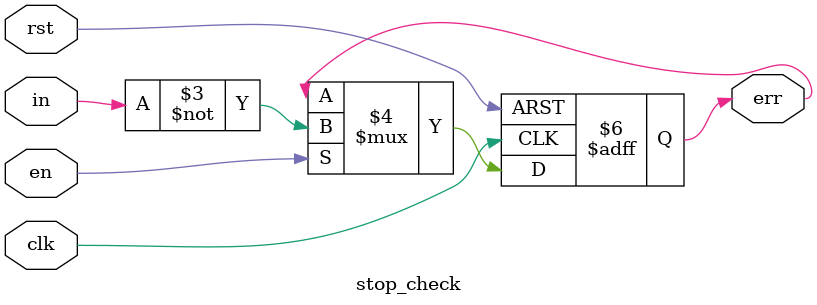
<source format=v>
module stop_check
(
  input  wire  clk,
  input  wire  rst,
  
  input  wire  en,
  input  wire  in,
  
  output reg   err  
);

  always @ (posedge clk or negedge rst)
    begin
      if (!rst)
        err <= 0;
      else if (en)
        err <= ~in;
    end
endmodule
</source>
